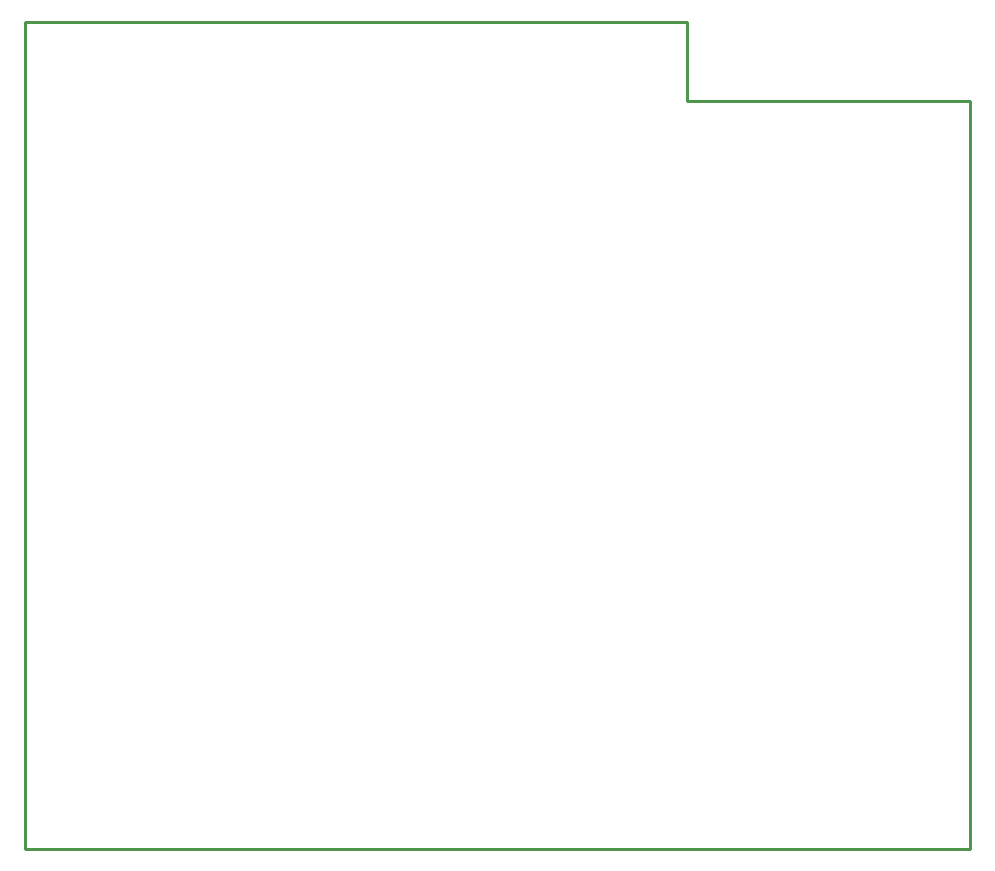
<source format=gbr>
%TF.GenerationSoftware,KiCad,Pcbnew,7.0.9-7.0.9~ubuntu22.04.1*%
%TF.CreationDate,2025-08-29T15:08:22+03:00*%
%TF.ProjectId,ESP32-C5-EVB_Rev_A,45535033-322d-4433-952d-4556425f5265,A*%
%TF.SameCoordinates,PX3938700PY9896800*%
%TF.FileFunction,Profile,NP*%
%FSLAX46Y46*%
G04 Gerber Fmt 4.6, Leading zero omitted, Abs format (unit mm)*
G04 Created by KiCad (PCBNEW 7.0.9-7.0.9~ubuntu22.04.1) date 2025-08-29 15:08:22*
%MOMM*%
%LPD*%
G01*
G04 APERTURE LIST*
%TA.AperFunction,Profile*%
%ADD10C,0.254000*%
%TD*%
G04 APERTURE END LIST*
D10*
X0Y0D02*
X0Y70000000D01*
X56000000Y63300000D02*
X56000000Y70000000D01*
X56000000Y63300000D02*
X80000000Y63300000D01*
X0Y0D02*
X80000000Y0D01*
X80000000Y0D02*
X80000000Y63300000D01*
X0Y70000000D02*
X56000000Y70000000D01*
M02*

</source>
